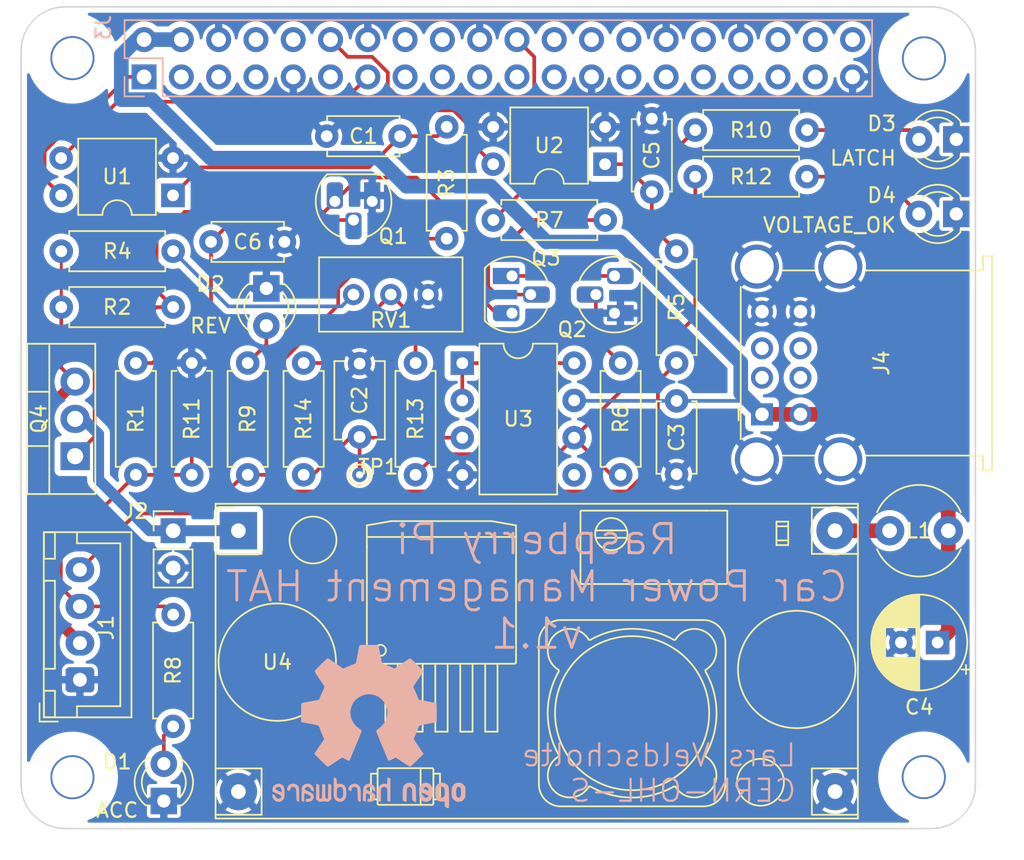
<source format=kicad_pcb>
(kicad_pcb (version 20210824) (generator pcbnew)
  (layers (0 "F.Cu" mixed) (31 "B.Cu" power) (34 "B.Paste" user) (35 "F.Paste" user) (36 "B.SilkS" user "B.Silkscreen") (37 "F.SilkS" user "F.Silkscreen") (38 "B.Mask" user) (39 "F.Mask" user) (44 "Edge.Cuts" user))
  (net 0 "")
  (net 1 "+3V3")
  (net 2 "+5V")
  (net 3 "GND")
  (net 4 "/BCM18")
  (net 5 "/BCM27")
  (net 12 "/BCM25")
  (net 33 "Net-(C6-Pad1)")
  (net 34 "Net-(Q1-Pad3)")
  (net 35 "Net-(Q2-Pad2)")
  (net 36 "Net-(Q2-Pad3)")
  (net 37 "Net-(Q3-Pad2)")
  (net 38 "/BAT")
  (net 39 "/BAT_SW")
  (net 40 "Net-(C1-Pad1)")
  (net 41 "Net-(U3-Pad1)")
  (net 43 "Net-(D4-Pad2)")
  (net 44 "Net-(C2-Pad1)")
  (net 45 "/ACC")
  (net 46 "/REV")
  (net 47 "Net-(L1-Pad1)")
  (net 48 "Net-(R4-Pad2)")
  (net 49 "Net-(C5-Pad1)")
  (net 54 "Net-(D1-Pad2)")
  (net 55 "Net-(D2-Pad2)")
  (net 56 "Net-(D3-Pad2)")
  (net 57 "Net-(R12-Pad1)")
  (net 58 "Net-(R13-Pad2)")
  (footprint "project_footprints:NPTH_3mm_ID" (layer "F.Cu") (at 82.04 64.31)
    (fp_text reference "H1" hide)
    (fp_text value "3mm_Mounting_Hole" hide)
    (pad "" np_thru_hole circle locked (at 0 0) (size 3 3) (drill 2.75) (layers F&B.Cu *.Mask) (clearance 1.6))
  )
  (footprint "project_footprints:NPTH_3mm_ID" (layer "F.Cu") (at 140.04 64.33)
    (fp_text reference "H2" hide)
    (fp_text value "3mm_Mounting_Hole" hide)
    (pad "" np_thru_hole circle locked (at 0 0) (size 3 3) (drill 2.75) (layers *.Cu *.Mask) (clearance 1.6))
  )
  (footprint "project_footprints:NPTH_3mm_ID" (layer "F.Cu") (at 82.04 113.32)
    (fp_text reference "H3" hide)
    (fp_text value "3mm_Mounting_Hole" hide)
    (pad "" np_thru_hole circle locked (at 0 0) (size 3 3) (drill 2.75) (layers *.Cu *.Mask) (clearance 1.6))
  )
  (footprint "project_footprints:NPTH_3mm_ID" (layer "F.Cu") (at 140.03 113.31)
    (fp_text reference "H4" hide)
    (fp_text value "3mm_Mounting_Hole" hide)
    (pad "" np_thru_hole circle locked (at 0 0) (size 3 3) (drill 2.75) (layers *.Cu *.Mask) (clearance 1.6))
  )
  (footprint "TestPoint:TestPoint_THTPad_D1.0mm_Drill0.5mm" (layer "F.Cu") (at 101.6 92.71)
    (fp_text reference "TP1" (at 1.27 -0.54) (layer "F.SilkS"))
    (fp_text value "TestPoint_Probe")
    (pad "1" thru_hole circle locked (at 0 0) (size 1 1) (drill 0.5) (layers *.Cu *.Mask) (net 44 "Net-(C2-Pad1)"))
  )
  (footprint "Resistor_THT:R_Axial_DIN0207_L6.3mm_D2.5mm_P7.62mm_Horizontal" (layer "F.Cu") (at 119.38 92.71 90)
    (fp_text reference "R6" (at 3.81 0 90) (layer "F.SilkS"))
    (fp_text value "25k")
    (pad "1" thru_hole circle locked (at 0 0 90) (size 1.6 1.6) (drill 0.8) (layers *.Cu *.Mask) (net 57 "Net-(R12-Pad1)"))
    (pad "2" thru_hole oval locked (at 7.62 0 90) (size 1.6 1.6) (drill 0.8) (layers *.Cu *.Mask) (net 35 "Net-(Q2-Pad2)"))
  )
  (footprint "Potentiometer_THT:Potentiometer_Bourns_3296W_Vertical" (layer "F.Cu") (at 101.184755 80.425244 180)
    (fp_text reference "RV1" (at -2.54 -1.743756) (layer "F.SilkS"))
    (fp_text value "5k")
    (pad "1" thru_hole circle locked (at 0 0 180) (size 1.44 1.44) (drill 0.8) (layers *.Cu *.Mask) (net 48 "Net-(R4-Pad2)"))
    (pad "2" thru_hole circle locked (at -2.54 0 180) (size 1.44 1.44) (drill 0.8) (layers *.Cu *.Mask) (net 58 "Net-(R13-Pad2)"))
    (pad "3" thru_hole circle locked (at -5.08 0 180) (size 1.44 1.44) (drill 0.8) (layers *.Cu *.Mask) (net 3 "GND"))
  )
  (footprint "Package_DIP:DIP-4_W7.62mm" (layer "F.Cu") (at 88.89 73.665 180)
    (fp_text reference "U1" (at 3.81 1.275) (layer "F.SilkS"))
    (fp_text value "PC817")
    (pad "1" thru_hole rect locked (at 0 0 180) (size 1.6 1.6) (drill 0.8) (layers *.Cu *.Mask) (net 40 "Net-(C1-Pad1)"))
    (pad "2" thru_hole oval locked (at 0 2.54 180) (size 1.6 1.6) (drill 0.8) (layers *.Cu *.Mask) (net 3 "GND"))
    (pad "3" thru_hole oval locked (at 7.62 2.54 180) (size 1.6 1.6) (drill 0.8) (layers *.Cu *.Mask) (net 5 "/BCM27"))
    (pad "4" thru_hole oval locked (at 7.62 0 180) (size 1.6 1.6) (drill 0.8) (layers *.Cu *.Mask) (net 1 "+3V3"))
  )
  (footprint "Connector_USB:USB_A_Wuerth_61400826021_Horizontal_Stacked" (layer "F.Cu") (at 129.01 88.59 90)
    (fp_text reference "J4" (at 3.5 8.15 90) (layer "F.SilkS"))
    (fp_text value "USB_A")
    (pad "1" thru_hole rect locked (at 0 0 90) (size 1.5 1.5) (drill 0.92) (layers *.Cu *.Mask) (net 2 "+5V"))
    (pad "2" thru_hole circle locked (at 2.5 0 90) (size 1.5 1.5) (drill 0.92) (layers *.Cu *.Mask))
    (pad "3" thru_hole circle locked (at 4.5 0 90) (size 1.5 1.5) (drill 0.92) (layers *.Cu *.Mask))
    (pad "4" thru_hole circle locked (at 7 0 90) (size 1.5 1.5) (drill 0.92) (layers *.Cu *.Mask) (net 3 "GND"))
    (pad "5" thru_hole circle locked (at 0 2.62 90) (size 1.5 1.5) (drill 0.92) (layers *.Cu *.Mask) (net 2 "+5V"))
    (pad "6" thru_hole circle locked (at 2.5 2.62 90) (size 1.5 1.5) (drill 0.92) (layers *.Cu *.Mask))
    (pad "7" thru_hole circle locked (at 4.5 2.62 90) (size 1.5 1.5) (drill 0.92) (layers *.Cu *.Mask))
    (pad "8" thru_hole circle locked (at 7 2.62 90) (size 1.5 1.5) (drill 0.92) (layers *.Cu *.Mask) (net 3 "GND"))
    (pad "9" thru_hole circle locked (at 10.07 -0.35 90) (size 3 3) (drill 2.3) (layers *.Cu *.Mask) (net 3 "GND"))
    (pad "9" thru_hole circle locked (at 10.07 5.33 90) (size 3 3) (drill 2.3) (layers *.Cu *.Mask) (net 3 "GND"))
    (pad "9" thru_hole circle locked (at -3.07 -0.35 90) (size 3 3) (drill 2.3) (layers *.Cu *.Mask) (net 3 "GND"))
    (pad "9" thru_hole circle locked (at -3.07 5.33 90) (size 3 3) (drill 2.3) (layers *.Cu *.Mask) (net 3 "GND"))
  )
  (footprint "Resistor_THT:R_Axial_DIN0207_L6.3mm_D2.5mm_P7.62mm_Horizontal" (layer "F.Cu") (at 124.46 69.215)
    (fp_text reference "R10" (at 3.81 0) (layer "F.SilkS"))
    (fp_text value "620")
    (pad "1" thru_hole circle locked (at 0 0) (size 1.6 1.6) (drill 0.8) (layers *.Cu *.Mask) (net 12 "/BCM25"))
    (pad "2" thru_hole oval locked (at 7.62 0) (size 1.6 1.6) (drill 0.8) (layers *.Cu *.Mask) (net 56 "Net-(D3-Pad2)"))
  )
  (footprint "Resistor_THT:R_Axial_DIN0207_L6.3mm_D2.5mm_P7.62mm_Horizontal" (layer "F.Cu") (at 107.534755 76.615244 90)
    (fp_text reference "R3" (at 3.81 0 90) (layer "F.SilkS"))
    (fp_text value "10k")
    (pad "1" thru_hole circle locked (at 0 0 90) (size 1.6 1.6) (drill 0.8) (layers *.Cu *.Mask) (net 45 "/ACC"))
    (pad "2" thru_hole oval locked (at 7.62 0 90) (size 1.6 1.6) (drill 0.8) (layers *.Cu *.Mask) (net 40 "Net-(C1-Pad1)"))
  )
  (footprint "Resistor_THT:R_Axial_DIN0207_L6.3mm_D2.5mm_P7.62mm_Horizontal" (layer "F.Cu") (at 86.36 92.71 90)
    (fp_text reference "R1" (at 3.81 0 90) (layer "F.SilkS"))
    (fp_text value "250k")
    (pad "1" thru_hole circle locked (at 0 0 90) (size 1.6 1.6) (drill 0.8) (layers *.Cu *.Mask) (net 45 "/ACC"))
    (pad "2" thru_hole oval locked (at 7.62 0 90) (size 1.6 1.6) (drill 0.8) (layers *.Cu *.Mask) (net 33 "Net-(C6-Pad1)"))
  )
  (footprint "Package_TO_SOT_THT:TO-92_HandSolder" (layer "F.Cu") (at 118.964755 81.695244 90)
    (fp_text reference "Q2" (at -1.108756 -2.886755 180) (layer "F.SilkS"))
    (fp_text value "2N3904")
    (pad "1" thru_hole rect locked (at 0 0 90) (size 1.1 1.8) (drill 0.75 (offset 0 0.4)) (layers *.Cu *.Mask) (net 3 "GND"))
    (pad "2" thru_hole roundrect locked (at 1.27 -1.27 90) (size 1.1 1.8) (drill 0.75 (offset 0 -0.4)) (layers *.Cu *.Mask) (net 35 "Net-(Q2-Pad2)"))
    (pad "3" thru_hole roundrect locked (at 2.54 0 90) (size 1.1 1.8) (drill 0.75 (offset 0 0.4)) (layers *.Cu *.Mask) (net 36 "Net-(Q2-Pad3)"))
  )
  (footprint "Capacitor_THT:C_Disc_D4.7mm_W2.5mm_P5.00mm" (layer "F.Cu") (at 91.48 76.835)
    (fp_text reference "C6" (at 2.5 0) (layer "F.SilkS"))
    (fp_text value "0.1 uF")
    (pad "1" thru_hole circle locked (at 0 0) (size 1.6 1.6) (drill 0.8) (layers *.Cu *.Mask) (net 33 "Net-(C6-Pad1)"))
    (pad "2" thru_hole circle locked (at 5 0) (size 1.6 1.6) (drill 0.8) (layers *.Cu *.Mask) (net 3 "GND"))
  )
  (footprint "Package_DIP:DIP-8_W7.62mm" (layer "F.Cu") (at 108.595 85.1)
    (fp_text reference "U3" (at 3.81 3.8) (layer "F.SilkS"))
    (fp_text value "LM10")
    (pad "1" thru_hole rect locked (at 0 0) (size 1.6 1.6) (drill 0.8) (layers *.Cu *.Mask) (net 41 "Net-(U3-Pad1)"))
    (pad "2" thru_hole oval locked (at 0 2.54) (size 1.6 1.6) (drill 0.8) (layers *.Cu *.Mask) (net 41 "Net-(U3-Pad1)"))
    (pad "3" thru_hole oval locked (at 0 5.08) (size 1.6 1.6) (drill 0.8) (layers *.Cu *.Mask) (net 44 "Net-(C2-Pad1)"))
    (pad "4" thru_hole oval locked (at 0 7.62) (size 1.6 1.6) (drill 0.8) (layers *.Cu *.Mask) (net 3 "GND"))
    (pad "5" thru_hole oval locked (at 7.62 7.62) (size 1.6 1.6) (drill 0.8) (layers *.Cu *.Mask))
    (pad "6" thru_hole oval locked (at 7.62 5.08) (size 1.6 1.6) (drill 0.8) (layers *.Cu *.Mask) (net 57 "Net-(R12-Pad1)"))
    (pad "7" thru_hole oval locked (at 7.62 2.54) (size 1.6 1.6) (drill 0.8) (layers *.Cu *.Mask) (net 2 "+5V"))
    (pad "8" thru_hole oval locked (at 7.62 0) (size 1.6 1.6) (drill 0.8) (layers *.Cu *.Mask) (net 41 "Net-(U3-Pad1)"))
  )
  (footprint "LED_THT:LED_D3.0mm" (layer "F.Cu") (at 88.265 114.94 90)
    (fp_text reference "D1" (at 2.672 -3.175 180) (layer "F.SilkS"))
    (fp_text value "ACC" (at -0.63 -3.175 180) (layer "F.SilkS"))
    (pad "1" thru_hole rect locked (at 0 0 90) (size 1.8 1.8) (drill 0.9) (layers *.Cu *.Mask) (net 3 "GND"))
    (pad "2" thru_hole circle locked (at 2.54 0 90) (size 1.8 1.8) (drill 0.9) (layers *.Cu *.Mask) (net 54 "Net-(D1-Pad2)"))
  )
  (footprint "LED_THT:LED_D3.0mm" (layer "F.Cu") (at 142.24 74.93 180)
    (fp_text reference "D4" (at 5.08 1.27) (layer "F.SilkS"))
    (fp_text value "VOLTAGE_OK" (at 8.636 -0.762) (layer "F.SilkS"))
    (pad "1" thru_hole rect locked (at 0 0 180) (size 1.8 1.8) (drill 0.9) (layers *.Cu *.Mask) (net 3 "GND"))
    (pad "2" thru_hole circle locked (at 2.54 0 180) (size 1.8 1.8) (drill 0.9) (layers *.Cu *.Mask) (net 43 "Net-(D4-Pad2)"))
  )
  (footprint "Package_TO_SOT_THT:TO-92_HandSolder" (layer "F.Cu") (at 111.979755 79.155244 -90)
    (fp_text reference "Q3" (at -1.229931 -2.320245) (layer "F.SilkS"))
    (fp_text value "2N3904")
    (pad "1" thru_hole rect locked (at 0 0 270) (size 1.1 1.8) (drill 0.75 (offset 0 0.4)) (layers *.Cu *.Mask) (net 36 "Net-(Q2-Pad3)"))
    (pad "2" thru_hole roundrect locked (at 1.27 -1.27 270) (size 1.1 1.8) (drill 0.75 (offset 0 -0.4)) (layers *.Cu *.Mask) (net 37 "Net-(Q3-Pad2)"))
    (pad "3" thru_hole roundrect locked (at 2.54 0 270) (size 1.1 1.8) (drill 0.75 (offset 0 0.4)) (layers *.Cu *.Mask) (net 34 "Net-(Q1-Pad3)"))
  )
  (footprint "Resistor_THT:R_Axial_DIN0207_L6.3mm_D2.5mm_P7.62mm_Horizontal" (layer "F.Cu") (at 88.9 102.235 -90)
    (fp_text reference "R8" (at 3.81 0 90) (layer "F.SilkS"))
    (fp_text value "4.7k")
    (pad "1" thru_hole circle locked (at 0 0 270) (size 1.6 1.6) (drill 0.8) (layers *.Cu *.Mask) (net 45 "/ACC"))
    (pad "2" thru_hole oval locked (at 7.62 0 270) (size 1.6 1.6) (drill 0.8) (layers *.Cu *.Mask) (net 54 "Net-(D1-Pad2)"))
  )
  (footprint "LED_THT:LED_D3.0mm" (layer "F.Cu") (at 142.24 69.85 180)
    (fp_text reference "D3" (at 5.08 1.078608) (layer "F.SilkS"))
    (fp_text value "LATCH" (at 6.35 -1.27) (layer "F.SilkS"))
    (pad "1" thru_hole rect locked (at 0 0 180) (size 1.8 1.8) (drill 0.9) (layers *.Cu *.Mask) (net 3 "GND"))
    (pad "2" thru_hole circle locked (at 2.54 0 180) (size 1.8 1.8) (drill 0.9) (layers *.Cu *.Mask) (net 56 "Net-(D3-Pad2)"))
  )
  (footprint "Resistor_THT:R_Axial_DIN0207_L6.3mm_D2.5mm_P7.62mm_Horizontal" (layer "F.Cu") (at 124.46 72.39)
    (fp_text reference "R12" (at 3.81 0) (layer "F.SilkS"))
    (fp_text value "620")
    (pad "1" thru_hole circle locked (at 0 0) (size 1.6 1.6) (drill 0.8) (layers *.Cu *.Mask) (net 57 "Net-(R12-Pad1)"))
    (pad "2" thru_hole oval locked (at 7.62 0) (size 1.6 1.6) (drill 0.8) (layers *.Cu *.Mask) (net 43 "Net-(D4-Pad2)"))
  )
  (footprint "Resistor_THT:R_Axial_DIN0207_L6.3mm_D2.5mm_P7.62mm_Horizontal" (layer "F.Cu") (at 93.98 92.71 90)
    (fp_text reference "R9" (at 3.81 0 90) (layer "F.SilkS"))
    (fp_text value "4.7k")
    (pad "1" thru_hole circle locked (at 0 0 90) (size 1.6 1.6) (drill 0.8) (layers *.Cu *.Mask) (net 46 "/REV"))
    (pad "2" thru_hole oval locked (at 7.62 0 90) (size 1.6 1.6) (drill 0.8) (layers *.Cu *.Mask) (net 55 "Net-(D2-Pad2)"))
  )
  (footprint "Resistor_THT:R_Axial_DIN0207_L6.3mm_D2.5mm_P7.62mm_Horizontal" (layer "F.Cu") (at 105.41 92.71 90)
    (fp_text reference "R13" (at 3.81 0 90) (layer "F.SilkS"))
    (fp_text value "5M")
    (pad "1" thru_hole circle locked (at 0 0 90) (size 1.6 1.6) (drill 0.8) (layers *.Cu *.Mask) (net 57 "Net-(R12-Pad1)"))
    (pad "2" thru_hole oval locked (at 7.62 0 90) (size 1.6 1.6) (drill 0.8) (layers *.Cu *.Mask) (net 58 "Net-(R13-Pad2)"))
  )
  (footprint "Connector_JST:JST_XH_B4B-XH-A_1x04_P2.50mm_Vertical" (layer "F.Cu") (at 82.55 106.68 90)
    (fp_text reference "J1" (at 3.556 1.778 90) (layer "F.SilkS"))
    (fp_text value "Conn_01x04")
    (pad "1" thru_hole roundrect locked (at 0 0 90) (size 1.7 1.95) (drill 0.95) (layers *.Cu *.Mask) (roundrect_rratio 0.1470588235) (net 3 "GND"))
    (pad "2" thru_hole oval locked (at 2.5 0 90) (size 1.7 1.95) (drill 0.95) (layers *.Cu *.Mask) (net 38 "/BAT"))
    (pad "3" thru_hole oval locked (at 5 0 90) (size 1.7 1.95) (drill 0.95) (layers *.Cu *.Mask) (net 45 "/ACC"))
    (pad "4" thru_hole oval locked (at 7.5 0 90) (size 1.7 1.95) (drill 0.95) (layers *.Cu *.Mask) (net 46 "/REV"))
  )
  (footprint "Package_DIP:DIP-4_W7.62mm" (layer "F.Cu") (at 118.319755 71.540244 180)
    (fp_text reference "U2" (at 3.81 1.275) (layer "F.SilkS"))
    (fp_text value "PC817")
    (pad "1" thru_hole rect locked (at 0 0 180) (size 1.6 1.6) (drill 0.8) (layers *.Cu *.Mask) (net 49 "Net-(C5-Pad1)"))
    (pad "2" thru_hole oval locked (at 0 2.54 180) (size 1.6 1.6) (drill 0.8) (layers *.Cu *.Mask) (net 3 "GND"))
    (pad "3" thru_hole oval locked (at 7.62 2.54 180) (size 1.6 1.6) (drill 0.8) (layers *.Cu *.Mask) (net 3 "GND"))
    (pad "4" thru_hole oval locked (at 7.62 0 180) (size 1.6 1.6) (drill 0.8) (layers *.Cu *.Mask) (net 4 "/BCM18"))
  )
  (footprint "Package_TO_SOT_THT:TO-92_HandSolder" (layer "F.Cu") (at 102.454755 74.075244 180)
    (fp_text reference "Q1" (at -1.431245 -2.378756 180) (layer "F.SilkS"))
    (fp_text value "2N3904")
    (pad "1" thru_hole rect locked (at 0 0 180) (size 1.1 1.8) (drill 0.75 (offset 0 0.4)) (layers *.Cu *.Mask) (net 3 "GND"))
    (pad "2" thru_hole roundrect locked (at 1.27 -1.27 180) (size 1.1 1.8) (drill 0.75 (offset 0 -0.4)) (layers *.Cu *.Mask) (net 33 "Net-(C6-Pad1)"))
    (pad "3" thru_hole roundrect locked (at 2.54 0 180) (size 1.1 1.8) (drill 0.75 (offset 0 0.4)) (layers *.Cu *.Mask) (net 34 "Net-(Q1-Pad3)"))
  )
  (footprint "Resistor_THT:R_Axial_DIN0207_L6.3mm_D2.5mm_P7.62mm_Horizontal" (layer "F.Cu") (at 81.28 77.47)
    (fp_text reference "R4" (at 3.81 0) (layer "F.SilkS"))
    (fp_text value "250k")
    (pad "1" thru_hole circle locked (at 0 0) (size 1.6 1.6) (drill 0.8) (layers *.Cu *.Mask) (net 38 "/BAT"))
    (pad "2" thru_hole oval locked (at 7.62 0) (size 1.6 1.6) (drill 0.8) (layers *.Cu *.Mask) (net 48 "Net-(R4-Pad2)"))
  )
  (footprint "Capacitor_THT:CP_Radial_D6.3mm_P2.50mm" (layer "F.Cu") (at 140.97 104.14 180)
    (fp_text reference "C4" (at 1.25 -4.4) (layer "F.SilkS"))
    (fp_text value "220 uF")
    (pad "1" thru_hole rect locked (at 0 0 180) (size 1.6 1.6) (drill 0.8) (layers *.Cu *.Mask) (net 2 "+5V"))
    (pad "2" thru_hole circle locked (at 2.5 0 180) (size 1.6 1.6) (drill 0.8) (layers *.Cu *.Mask) (net 3 "GND"))
  )
  (footprint "project_footprints:YAAJ_DCDC_StepDown_LM2596" (layer "F.Cu") (at 93.345 96.52)
    (fp_text reference "U4" (at 2.646666 8.957418) (layer "F.SilkS"))
    (fp_text value "YAAJ_DCDC_StepDown_LM2596")
    (pad "1" thru_hole rect locked (at 0 0) (size 2.54 2.54) (drill 1) (layers *.Cu *.Mask) (net 39 "/BAT_SW"))
    (pad "2" thru_hole circle locked (at 0 17.78) (size 2.54 2.54) (drill 1) (layers *.Cu *.Mask) (net 3 "GND"))
    (pad "3" thru_hole circle locked (at 40.64 17.78) (size 2.54 2.54) (drill 1) (layers *.Cu *.Mask) (net 3 "GND"))
    (pad "4" thru_hole circle locked (at 40.64 0) (size 2.54 2.54) (drill 1) (layers *.Cu *.Mask) (net 47 "Net-(L1-Pad1)"))
  )
  (footprint "Resistor_THT:R_Axial_DIN0207_L6.3mm_D2.5mm_P7.62mm_Horizontal" (layer "F.Cu") (at 97.79 85.09 -90)
    (fp_text reference "R14" (at 3.81 0 90) (layer "F.SilkS"))
    (fp_text value "250k")
    (pad "1" thru_hole circle locked (at 0 0 270) (size 1.6 1.6) (drill 0.8) (layers *.Cu *.Mask) (net 58 "Net-(R13-Pad2)"))
    (pad "2" thru_hole oval locked (at 7.62 0 270) (size 1.6 1.6) (drill 0.8) (layers *.Cu *.Mask) (net 44 "Net-(C2-Pad1)"))
  )
  (footprint "Package_TO_SOT_THT:TO-220-3_Vertical" (layer "F.Cu") (at 82.225 91.44 90)
    (fp_text reference "Q4" (at 2.54 -2.469 90) (layer "F.SilkS"))
    (fp_text value "IRF9540N")
    (pad "1" thru_hole rect locked (at 0 0 90) (size 1.905 2) (drill 1.1) (layers *.Cu *.Mask) (net 34 "Net-(Q1-Pad3)"))
    (pad "2" thru_hole oval locked (at 2.54 0 90) (size 1.905 2) (drill 1.1) (layers *.Cu *.Mask) (net 39 "/BAT_SW"))
    (pad "3" thru_hole oval locked (at 5.08 0 90) (size 1.905 2) (drill 1.1) (layers *.Cu *.Mask) (net 38 "/BAT"))
  )
  (footprint "Capacitor_THT:C_Disc_D4.7mm_W2.5mm_P5.00mm" (layer "F.Cu") (at 123.19 87.67 -90)
    (fp_text reference "C3" (at 2.5 0 90) (layer "F.SilkS"))
    (fp_text value "0.1 uF")
    (pad "1" thru_hole circle locked (at 0 0 270) (size 1.6 1.6) (drill 0.8) (layers *.Cu *.Mask) (net 2 "+5V"))
    (pad "2" thru_hole circle locked (at 5 0 270) (size 1.6 1.6) (drill 0.8) (layers *.Cu *.Mask) (net 3 "GND"))
  )
  (footprint "LED_THT:LED_D3.0mm" (layer "F.Cu") (at 95.25 80.005 -90)
    (fp_text reference "D2" (at -0.29 3.81 180) (layer "F.SilkS"))
    (fp_text value "REV" (at 2.545 3.81 180) (layer "F.SilkS"))
    (pad "1" thru_hole rect locked (at 0 0 270) (size 1.8 1.8) (drill 0.9) (layers *.Cu *.Mask) (net 3 "GND"))
    (pad "2" thru_hole circle locked (at 2.54 0 270) (size 1.8 1.8) (drill 0.9) (layers *.Cu *.Mask) (net 55 "Net-(D2-Pad2)"))
  )
  (footprint "Resistor_THT:R_Axial_DIN0207_L6.3mm_D2.5mm_P7.62mm_Horizontal" (layer "F.Cu") (at 118.329755 75.345244 180)
    (fp_text reference "R7" (at 3.81 0) (layer "F.SilkS"))
    (fp_text value "25k")
    (pad "1" thru_hole circle locked (at 0 0 180) (size 1.6 1.6) (drill 0.8) (layers *.Cu *.Mask) (net 37 "Net-(Q3-Pad2)"))
    (pad "2" thru_hole oval locked (at 7.62 0 180) (size 1.6 1.6) (drill 0.8) (layers *.Cu *.Mask) (net 12 "/BCM25"))
  )
  (footprint "Capacitor_THT:C_Disc_D5.1mm_W3.2mm_P5.00mm" (layer "F.Cu") (at 101.6 90.13 90)
    (fp_text reference "C2" (at 2.5 0 90) (layer "F.SilkS"))
    (fp_text value "10 uF")
    (pad "1" thru_hole circle locked (at 0 0 90) (size 1.6 1.6) (drill 0.8) (layers *.Cu *.Mask) (net 44 "Net-(C2-Pad1)"))
    (pad "2" thru_hole circle locked (at 5 0 90) (size 1.6 1.6) (drill 0.8) (layers *.Cu *.Mask) (net 3 "GND"))
  )
  (footprint "Inductor_THT:L_Radial_D6.0mm_P4.00mm" (layer "F.Cu") (at 137.7 96.52)
    (fp_text reference "L1" (at 2 0) (layer "F.SilkS"))
    (fp_text value "3.3 uH")
    (pad "1" thru_hole circle locked (at 0 0) (size 2 2) (drill 1) (layers *.Cu *.Mask) (net 47 "Net-(L1-Pad1)"))
    (pad "2" thru_hole circle locked (at 4 0) (size 2 2) (drill 1) (layers *.Cu *.Mask) (net 2 "+5V"))
  )
  (footprint "Connector_PinHeader_2.54mm:PinHeader_1x02_P2.54mm_Vertical" (layer "F.Cu") (at 88.9 96.52)
    (fp_text reference "J2" (at -2.54 -1.33) (layer "F.SilkS"))
    (fp_text value "Conn_01x02")
    (pad "1" thru_hole rect locked (at 0 0) (size 1.7 1.7) (drill 1) (layers *.Cu *.Mask) (net 39 "/BAT_SW"))
    (pad "2" thru_hole oval locked (at 0 2.54) (size 1.7 1.7) (drill 1) (layers *.Cu *.Mask) (net 3 "GND"))
  )
  (footprint "Resistor_THT:R_Axial_DIN0207_L6.3mm_D2.5mm_P7.62mm_Horizontal" (layer "F.Cu") (at 90.17 92.71 90)
    (fp_text reference "R11" (at 3.81 0 90) (layer "F.SilkS"))
    (fp_text value "250k")
    (pad "1" thru_hole circle locked (at 0 0 90) (size 1.6 1.6) (drill 0.8) (layers *.Cu *.Mask) (net 45 "/ACC"))
    (pad "2" thru_hole oval locked (at 7.62 0 90) (size 1.6 1.6) (drill 0.8) (layers *.Cu *.Mask) (net 3 "GND"))
  )
  (footprint "Resistor_THT:R_Axial_DIN0207_L6.3mm_D2.5mm_P7.62mm_Horizontal" (layer "F.Cu") (at 123.19 85.09 90)
    (fp_text reference "R5" (at 3.81 0 90) (layer "F.SilkS"))
    (fp_text value "10k")
    (pad "1" thru_hole circle locked (at 0 0 90) (size 1.6 1.6) (drill 0.8) (layers *.Cu *.Mask) (net 46 "/REV"))
    (pad "2" thru_hole oval locked (at 7.62 0 90) (size 1.6 1.6) (drill 0.8) (layers *.Cu *.Mask) (net 49 "Net-(C5-Pad1)"))
  )
  (footprint "Capacitor_THT:C_Disc_D4.7mm_W2.5mm_P5.00mm" (layer "F.Cu") (at 104.359755 69.630244 180)
    (fp_text reference "C1" (at 2.5 0) (layer "F.SilkS"))
    (fp_text value "0.1 uF")
    (pad "1" thru_hole circle locked (at 0 0 180) (size 1.6 1.6) (drill 0.8) (layers *.Cu *.Mask) (net 40 "Net-(C1-Pad1)"))
    (pad "2" thru_hole circle locked (at 5 0 180) (size 1.6 1.6) (drill 0.8) (layers *.Cu *.Mask) (net 3 "GND"))
  )
  (footprint "Resistor_THT:R_Axial_DIN0207_L6.3mm_D2.5mm_P7.62mm_Horizontal" (layer "F.Cu") (at 81.28 81.28)
    (fp_text reference "R2" (at 3.81 0) (layer "F.SilkS"))
    (fp_text value "250k")
    (pad "1" thru_hole circle locked (at 0 0) (size 1.6 1.6) (drill 0.8) (layers *.Cu *.Mask) (net 38 "/BAT"))
    (pad "2" thru_hole oval locked (at 7.62 0) (size 1.6 1.6) (drill 0.8) (layers *.Cu *.Mask) (net 34 "Net-(Q1-Pad3)"))
  )
  (footprint "Capacitor_THT:C_Disc_D4.7mm_W2.5mm_P5.00mm" (layer "F.Cu") (at 121.504755 73.440244 90)
    (fp_text reference "C5" (at 2.5 0 90) (layer "F.SilkS"))
    (fp_text value "0.1 uF")
    (pad "1" thru_hole circle locked (at 0 0 90) (size 1.6 1.6) (drill 0.8) (layers *.Cu *.Mask) (net 49 "Net-(C5-Pad1)"))
    (pad "2" thru_hole circle locked (at 5 0 90) (size 1.6 1.6) (drill 0.8) (layers *.Cu *.Mask) (net 3 "GND"))
  )
  (footprint "Connector_PinSocket_2.54mm:PinSocket_2x20_P2.54mm_Vertical" (layer "B.Cu") (at 86.92 65.59 -90)
    (fp_text reference "J3" (at -3.36 2.77 -90) (layer "B.SilkS") (effects (justify mirror)))
    (fp_text value "40HAT")
    (pad "1" thru_hole rect locked (at 0 0 270) (size 1.7 1.7) (drill 1) (layers *.Cu *.Mask) (net 1 "+3V3"))
    (pad "2" thru_hole oval locked (at -2.54 0 270) (size 1.7 1.7) (drill 1) (layers *.Cu *.Mask) (net 2 "+5V"))
    (pad "3" thru_hole oval locked (at 0 -2.54 270) (size 1.7 1.7) (drill 1) (layers *.Cu *.Mask))
    (pad "4" thru_hole oval locked (at -2.54 -2.54 270) (size 1.7 1.7) (drill 1) (layers *.Cu *.Mask) (net 2 "+5V"))
    (pad "5" thru_hole oval locked (at 0 -5.08 270) (size 1.7 1.7) (drill 1) (layers *.Cu *.Mask))
    (pad "6" thru_hole oval locked (at -2.54 -5.08 270) (size 1.7 1.7) (drill 1) (layers *.Cu *.Mask) (net 3 "GND"))
    (pad "7" thru_hole oval locked (at 0 -7.62 270) (size 1.7 1.7) (drill 1) (layers *.Cu *.Mask))
    (pad "8" thru_hole oval locked (at -2.54 -7.62 270) (size 1.7 1.7) (drill 1) (layers *.Cu *.Mask))
    (pad "9" thru_hole oval locked (at 0 -10.16 270) (size 1.7 1.7) (drill 1) (layers *.Cu *.Mask) (net 3 "GND"))
    (pad "10" thru_hole oval locked (at -2.54 -10.16 270) (size 1.7 1.7) (drill 1) (layers *.Cu *.Mask))
    (pad "11" thru_hole oval locked (at 0 -12.7 270) (size 1.7 1.7) (drill 1) (layers *.Cu *.Mask))
    (pad "12" thru_hole oval locked (at -2.54 -12.7 270) (size 1.7 1.7) (drill 1) (layers *.Cu *.Mask) (net 4 "/BCM18"))
    (pad "13" thru_hole oval locked (at 0 -15.24 270) (size 1.7 1.7) (drill 1) (layers *.Cu *.Mask) (net 5 "/BCM27"))
    (pad "14" thru_hole oval locked (at -2.54 -15.24 270) (size 1.7 1.7) (drill 1) (layers *.Cu *.Mask) (net 3 "GND"))
    (pad "15" thru_hole oval locked (at 0 -17.78 270) (size 1.7 1.7) (drill 1) (layers *.Cu *.Mask))
    (pad "16" thru_hole oval locked (at -2.54 -17.78 270) (size 1.7 1.7) (drill 1) (layers *.Cu *.Mask))
    (pad "17" thru_hole oval locked (at 0 -20.32 270) (size 1.7 1.7) (drill 1) (layers *.Cu *.Mask))
    (pad "18" thru_hole oval locked (at -2.54 -20.32 270) (size 1.7 1.7) (drill 1) (layers *.Cu *.Mask))
    (pad "19" thru_hole oval locked (at 0 -22.86 270) (size 1.7 1.7) (drill 1) (layers *.Cu *.Mask))
    (pad "20" thru_hole oval locked (at -2.54 -22.86 270) (size 1.7 1.7) (drill 1) (layers *.Cu *.Mask) (net 3 "GND"))
    (pad "21" thru_hole oval locked (at 0 -25.4 270) (size 1.7 1.7) (drill 1) (layers *.Cu *.Mask))
    (pad "22" thru_hole oval locked (at -2.54 -25.4 270) (size 1.7 1.7) (drill 1) (layers *.Cu *.Mask) (net 12 "/BCM25"))
    (pad "23" thru_hole oval locked (at 0 -27.94 270) (size 1.7 1.7) (drill 1) (layers *.Cu *.Mask))
    (pad "24" thru_hole oval locked (at -2.54 -27.94 270) (size 1.7 1.7) (drill 1) (layers *.Cu *.Mask))
    (pad "25" thru_hole oval locked (at 0 -30.48 270) (size 1.7 1.7) (drill 1) (layers *.Cu *.Mask) (net 3 "GND"))
    (pad "26" thru_hole oval locked (at -2.54 -30.48 270) (size 1.7 1.7) (drill 1) (layers *.Cu *.Mask))
    (pad "27" thru_hole oval locked (at 0 -33.02 270) (size 1.7 1.7) (drill 1) (layers *.Cu *.Mask))
    (pad "28" thru_hole oval locked (at -2.54 -33.02 270) (size 1.7 1.7) (drill 1) (layers *.Cu *.Mask))
    (pad "29" thru_hole oval locked (at 0 -35.56 270) (size 1.7 1.7) (drill 1) (layers *.Cu *.Mask))
    (pad "30" thru_hole oval locked (at -2.54 -35.56 270) (size 1.7 1.7) (drill 1) (layers *.Cu *.Mask) (net 3 "GND"))
    (pad "31" thru_hole oval locked (at 0 -38.1 270) (size 1.7 1.7) (drill 1) (layers *.Cu *.Mask))
    (pad "32" thru_hole oval locked (at -2.54 -38.1 270) (size 1.7 1.7) (drill 1) (layers *.Cu *.Mask))
    (pad "33" thru_hole oval locked (at 0 -40.64 270) (size 1.7 1.7) (drill 1) (layers *.Cu *.Mask))
    (pad "34" thru_hole oval locked (at -2.54 -40.64 270) (size 1.7 1.7) (drill 1) (layers *.Cu *.Mask) (net 3 "GND"))
    (pad "35" thru_hole oval locked (at 0 -43.18 270) (size 1.7 1.7) (drill 1) (layers *.Cu *.Mask))
    (pad "36" thru_hole oval locked (at -2.54 -43.18 270) (size 1.7 1.7) (drill 1) (layers *.Cu *.Mask))
    (pad "37" thru_hole oval locked (at 0 -45.72 270) (size 1.7 1.7) (drill 1) (layers *.Cu *.Mask))
    (pad "38" thru_hole oval locked (at -2.54 -45.72 270) (size 1.7 1.7) (drill 1) (layers *.Cu *.Mask))
    (pad "39" thru_hole oval locked (at 0 -48.26 270) (size 1.7 1.7) (drill 1) (layers *.Cu *.Mask) (net 3 "GND"))
    (pad "40" thru_hole oval locked (at -2.54 -48.26 270) (size 1.7 1.7) (drill 1) (layers *.Cu *.Mask))
  )
  (footprint "Symbol:OSHW-Logo2_14.6x12mm_SilkScreen" (layer "B.Cu") (at 102.235 109.855 180)
    (fp_text reference "REF**" hide)
    (fp_text value "OSHW-Logo2_14.6x12mm_SilkScreen" hide)
  )
  (gr_line (start 143.546351 113.822847) (end 143.546356 63.817611) (layer "Edge.Cuts") (width 0.1))
  (gr_line (start 78.546356 63.817611) (end 78.546356 113.817611) (layer "Edge.Cuts") (width 0.1))
  (gr_arc (start 140.546356 113.817611) (end 140.546356 116.817611) (angle -89.9) (layer "Edge.Cuts") (width 0.1))
  (gr_line (start 140.546356 60.817611) (end 81.546356 60.817611) (layer "Edge.Cuts") (width 0.1))
  (gr_line (start 81.546356 116.817611) (end 140.546356 116.817611) (layer "Edge.Cuts") (width 0.1))
  (gr_arc (start 140.546356 63.817611) (end 143.546356 63.817611) (angle -90) (layer "Edge.Cuts") (width 0.1))
  (gr_arc (start 81.546356 63.817611) (end 81.546356 60.817611) (angle -90) (layer "Edge.Cuts") (width 0.1))
  (gr_arc (start 81.546356 113.817611) (end 78.546356 113.817611) (angle -90) (layer "Edge.Cuts") (width 0.1))
  (gr_text "Raspberry Pi\nCar Power Management HAT\nv1.1" (at 113.665 100.33) (layer "B.SilkS") (effects (font (size 2 2) (thickness 0.2)) (justify mirror)))
  (gr_text "Lars Veldscholte\nCERN-OHL-S" (at 131.445 113.03) (layer "B.SilkS") (effects (font (size 1.5 1.5)) (justify left mirror)))
  (segment (start 85.82 65.59) (end 86.92 65.59) (width 0.25) (layer "F.Cu") (net 1))
  (segment (start 81.4497 69.355) (end 82.055 69.355) (width 0.25) (layer "F.Cu") (net 1))
  (segment (start 80.145489 70.659211) (end 81.4497 69.355) (width 0.25) (layer "F.Cu") (net 1))
  (segment (start 82.055 69.355) (end 85.82 65.59) (width 0.25) (layer "F.Cu") (net 1))
  (segment (start 81.27 73.665) (end 80.145489 72.540489) (width 0.25) (layer "F.Cu") (net 1))
  (segment (start 80.145489 72.540489) (end 80.145489 70.659211) (width 0.25) (layer "F.Cu") (net 1))
  (segment (start 141.7 103.41) (end 140.97 104.14) (width 1) (layer "F.Cu") (net 2))
  (segment (start 141.7 95.105787) (end 135.184213 88.59) (width 1) (layer "F.Cu") (net 2))
  (segment (start 141.7 96.52) (end 141.7 103.41) (width 1) (layer "F.Cu") (net 2))
  (segment (start 141.7 96.52) (end 141.7 95.105787) (width 1) (layer "F.Cu") (net 2))
  (segment (start 135.184213 88.59) (end 129.01 88.59) (width 1) (layer "F.Cu") (net 2))
  (segment (start 123.19 87.67) (end 116.245 87.67) (width 0.25) (layer "B.Cu") (net 2))
  (segment (start 85.370489 67.139511) (end 85.370489 64.097176) (width 1) (layer "B.Cu") (net 2))
  (segment (start 104.789755 73.039755) (end 102.879755 71.129755) (width 1) (layer "B.Cu") (net 2))
  (segment (start 127.560489 87.140489) (end 127.560489 85.06518) (width 1) (layer "B.Cu") (net 2))
  (segment (start 86.417665 63.05) (end 86.92 63.05) (width 1) (layer "B.Cu") (net 2))
  (segment (start 129.01 88.59) (end 127.560489 87.140489) (width 1) (layer "B.Cu") (net 2))
  (segment (start 128.09 87.67) (end 129.01 88.59) (width 0.25) (layer "B.Cu") (net 2))
  (segment (start 123.19 87.67) (end 128.09 87.67) (width 0.25) (layer "B.Cu") (net 2))
  (segment (start 91.449755 71.129755) (end 87.459511 67.139511) (width 1) (layer "B.Cu") (net 2))
  (segment (start 86.92 63.05) (end 89.46 63.05) (width 1) (layer "B.Cu") (net 2))
  (segment (start 102.879755 71.129755) (end 91.449755 71.129755) (width 1) (layer "B.Cu") (net 2))
  (segment (start 114.329896 76.844755) (end 110.524896 73.039755) (width 1) (layer "B.Cu") (net 2))
  (segment (start 127.560489 85.06518) (end 119.340064 76.844755) (width 1) (layer "B.Cu") (net 2))
  (segment (start 110.524896 73.039755) (end 104.789755 73.039755) (width 1) (layer "B.Cu") (net 2))
  (segment (start 119.340064 76.844755) (end 114.329896 76.844755) (width 1) (layer "B.Cu") (net 2))
  (segment (start 85.370489 64.097176) (end 86.417665 63.05) (width 1) (layer "B.Cu") (net 2))
  (segment (start 87.459511 67.139511) (end 85.370489 67.139511) (width 1) (layer "B.Cu") (net 2))
  (segment (start 116.245 87.67) (end 116.215 87.64) (width 0.25) (layer "B.Cu") (net 2))
  (segment (start 100.794511 64.224511) (end 102.455521 64.224511) (width 0.25) (layer "F.Cu") (net 4))
  (segment (start 103.525489 65.294479) (end 103.525489 66.295969) (width 0.25) (layer "F.Cu") (net 4))
  (segment (start 109.22 69.090189) (end 109.22 70.060489) (width 0.25) (layer "F.Cu") (net 4))
  (segment (start 103.525489 66.295969) (end 105.100253 67.870733) (width 0.25) (layer "F.Cu") (net 4))
  (segment (start 99.62 63.05) (end 100.794511 64.224511) (width 0.25) (layer "F.Cu") (net 4))
  (segment (start 105.100253 67.870733) (end 108.000544 67.870733) (width 0.25) (layer "F.Cu") (net 4))
  (segment (start 108.000544 67.870733) (end 109.22 69.090189) (width 0.25) (layer "F.Cu") (net 4))
  (segment (start 102.455521 64.224511) (end 103.525489 65.294479) (width 0.25) (layer "F.Cu") (net 4))
  (segment (start 109.22 70.060489) (end 110.699755 71.540244) (width 0.25) (layer "F.Cu") (net 4))
  (segment (start 81.27 71.125) (end 85.11 67.285) (width 0.25) (layer "F.Cu") (net 5))
  (segment (start 85.11 67.285) (end 100.465 67.285) (width 0.25) (layer "F.Cu") (net 5))
  (segment (start 100.465 67.285) (end 102.16 65.59) (width 0.25) (layer "F.Cu") (net 5))
  (segment (start 113.494511 64.224511) (end 112.32 63.05) (width 0.25) (layer "F.Cu") (net 12))
  (segment (start 110.709755 75.345244) (end 115.930243 70.124755) (width 0.25) (layer "F.Cu") (net 12))
  (segment (start 123.550245 70.124755) (end 115.930243 70.124755) (width 0.25) (layer "F.Cu") (net 12))
  (segment (start 113.494511 72.560488) (end 113.494511 64.224511) (width 0.25) (layer "F.Cu") (net 12))
  (segment (start 124.46 69.215) (end 123.550245 70.124755) (width 0.25) (layer "F.Cu") (net 12))
  (segment (start 91.48 81.10137) (end 91.48 76.835) (width 0.25) (layer "F.Cu") (net 33))
  (segment (start 92.969756 75.345244) (end 101.184755 75.345244) (width 0.25) (layer "F.Cu") (net 33))
  (segment (start 87.49137 85.09) (end 91.48 81.10137) (width 0.25) (layer "F.Cu") (net 33))
  (segment (start 91.48 76.835) (end 92.969756 75.345244) (width 0.25) (layer "F.Cu") (net 33))
  (segment (start 86.36 85.09) (end 87.49137 85.09) (width 0.25) (layer "F.Cu") (net 33))
  (segment (start 88.9 81.28) (end 87.76863 81.28) (width 0.25) (layer "F.Cu") (net 34))
  (segment (start 110.905244 81.695244) (end 111.979755 81.695244) (width 0.25) (layer "F.Cu") (net 34))
  (segment (start 87.775489 76.689511) (end 87.775489 80.155489) (width 0.25) (layer "F.Cu") (net 34))
  (segment (start 87.76863 81.28) (end 83.54952 85.49911) (width 0.25) (layer "F.Cu") (net 34))
  (segment (start 87.775489 80.155489) (end 88.9 81.28) (width 0.25) (layer "F.Cu") (net 34))
  (segment (start 83.54952 90.11548) (end 82.225 91.44) (width 0.25) (layer "F.Cu") (net 34))
  (segment (start 99.914755 74.075244) (end 99.200488 74.789511) (width 0.25) (layer "F.Cu") (net 34))
  (segment (start 109.905724 76.885724) (end 109.905724 80.695724) (width 0.25) (layer "F.Cu") (net 34))
  (segment (start 109.905724 80.695724) (end 110.905244 81.695244) (width 0.25) (layer "F.Cu") (net 34))
  (segment (start 101.539266 72.450733) (end 105.470733 72.450733) (width 0.25) (layer "F.Cu") (net 34))
  (segment (start 89.675489 74.789511) (end 87.775489 76.689511) (width 0.25) (layer "F.Cu") (net 34))
  (segment (start 83.54952 85.49911) (end 83.54952 90.11548) (width 0.25) (layer "F.Cu") (net 34))
  (segment (start 99.200488 74.789511) (end 89.675489 74.789511) (width 0.25) (layer "F.Cu") (net 34))
  (segment (start 105.470733 72.450733) (end 109.905724 76.885724) (width 0.25) (layer "F.Cu") (net 34))
  (segment (start 99.914755 74.075244) (end 101.539266 72.450733) (width 0.25) (layer "F.Cu") (net 34))
  (segment (start 117.694755 83.404755) (end 119.38 85.09) (width 0.25) (layer "F.Cu") (net 35))
  (segment (start 117.694755 80.425244) (end 117.694755 83.404755) (width 0.25) (layer "F.Cu") (net 35))
  (segment (start 111.979755 79.155244) (end 118.964755 79.155244) (width 0.25) (layer "F.Cu") (net 36))
  (segment (start 118.329755 75.345244) (end 113.290733 75.345244) (width 0.25) (layer "F.Cu") (net 37))
  (segment (start 110.355244 78.280733) (end 110.355244 79.875244) (width 0.25) (layer "F.Cu") (net 37))
  (segment (start 110.355244 79.875244) (end 110.905244 80.425244) (width 0.25) (layer "F.Cu") (net 37))
  (segment (start 113.290733 75.345244) (end 110.355244 78.280733) (width 0.25) (layer "F.Cu") (net 37))
  (segment (start 110.905244 80.425244) (end 113.249755 80.425244) (width 0.25) (layer "F.Cu") (net 37))
  (segment (start 81.28 81.28) (end 81.28 85.415) (width 0.25) (layer "F.Cu") (net 38))
  (segment (start 79.97 88.615) (end 82.225 86.36) (width 0.75) (layer "F.Cu") (net 38))
  (segment (start 81.28 85.415) (end 82.225 86.36) (width 0.25) (layer "F.Cu") (net 38))
  (segment (start 79.97 101.6) (end 79.97 88.615) (width 0.75) (layer "F.Cu") (net 38))
  (segment (start 82.55 104.18) (end 79.97 101.6) (width 0.75) (layer "F.Cu") (net 38))
  (segment (start 81.28 77.47) (end 81.28 81.28) (width 0.2) (layer "F.Cu") (net 38))
  (segment (start 88.9 96.52) (end 87.3 96.52) (width 0.75) (layer "B.Cu") (net 39))
  (segment (start 82.786522 88.9) (end 82.225 88.9) (width 0.75) (layer "B.Cu") (net 39))
  (segment (start 88.9 96.52) (end 93.345 96.52) (width 0.75) (layer "B.Cu") (net 39))
  (segment (start 87.3 96.52) (end 83.82 93.04) (width 0.75) (layer "B.Cu") (net 39))
  (segment (start 83.82 93.04) (end 83.82 89.933478) (width 0.75) (layer "B.Cu") (net 39))
  (segment (start 83.82 89.933478) (end 82.786522 88.9) (width 0.75) (layer "B.Cu") (net 39))
  (segment (start 104.359755 69.630244) (end 106.899755 69.630244) (width 0.25) (layer "F.Cu") (net 40))
  (segment (start 104.359755 69.630244) (end 102.234999 71.755) (width 0.25) (layer "F.Cu") (net 40))
  (segment (start 102.234999 71.755) (end 90.8 71.755) (width 0.25) (layer "F.Cu") (net 40))
  (segment (start 106.899755 69.630244) (end 107.534755 68.995244) (width 0.25) (layer "F.Cu") (net 40))
  (segment (start 90.8 71.755) (end 88.89 73.665) (width 0.25) (layer "F.Cu") (net 40))
  (segment (start 108.595 85.1) (end 116.215 85.1) (width 0.25) (layer "F.Cu") (net 41))
  (segment (start 108.595 85.1) (end 108.595 87.64) (width 0.25) (layer "F.Cu") (net 41))
  (segment (start 132.08 72.39) (end 137.16 72.39) (width 0.25) (layer "F.Cu") (net 43))
  (segment (start 137.16 72.39) (end 139.7 74.93) (width 0.25) (layer "F.Cu") (net 43))
  (segment (start 108.595 90.18) (end 101.65 90.18) (width 0.25) (layer "F.Cu") (net 44))
  (segment (start 101.6 90.13) (end 101.6 92.71) (width 0.25) (layer "F.Cu") (net 44))
  (segment (start 101.005 90.13) (end 101.6 90.13) (width 0.25) (layer "F.Cu") (net 44))
  (segment (start 101.65 90.18) (end 101.6 90.13) (width 0.25) (layer "F.Cu") (net 44))
  (segment (start 98.425 92.71) (end 101.005 90.13) (width 0.25) (layer "F.Cu") (net 44))
  (segment (start 103.517592 76.615244) (end 107.534755 76.615244) (width 0.25) (layer "F.Cu") (net 45))
  (segment (start 81.25048 97.81952) (end 86.36 92.71) (width 0.25) (layer "F.Cu") (net 45))
  (segment (start 81.25048 100.38048) (end 81.25048 97.81952) (width 0.25) (layer "F.Cu") (net 45))
  (segment (start 88.345 101.68) (end 88.9 102.235) (width 0.25) (layer "F.Cu") (net 45))
  (segment (start 86.36 92.71) (end 90.17 92.71) (width 0.25) (layer "F.Cu") (net 45))
  (segment (start 100.140244 81.149456) (end 100.140244 79.992592) (width 0.25) (layer "F.Cu") (net 45))
  (segment (start 82.55 101.68) (end 81.25048 100.38048) (width 0.25) (layer "F.Cu") (net 45))
  (segment (start 90.17 91.1197) (end 100.140244 81.149456) (width 0.25) (layer "F.Cu") (net 45))
  (segment (start 100.140244 79.992592) (end 103.517592 76.615244) (width 0.25) (layer "F.Cu") (net 45))
  (segment (start 82.55 101.68) (end 88.345 101.68) (width 0.25) (layer "F.Cu") (net 45))
  (segment (start 90.17 92.71) (end 90.17 91.1197) (width 0.25) (layer "F.Cu") (net 45))
  (segment (start 121.92 86.36) (end 123.19 85.09) (width 0.25) (layer "F.Cu") (net 46))
  (segment (start 86.384511 95.345489) (end 91.090511 95.345489) (width 0.25) (layer "F.Cu") (net 46))
  (segment (start 95.25 92.71) (end 96.384511 93.844511) (width 0.25) (layer "F.Cu") (net 46))
  (segment (start 91.090511 95.345489) (end 93.726 92.71) (width 0.25) (layer "F.Cu") (net 46))
  (segment (start 93.726 92.71) (end 95.25 92.71) (width 0.25) (layer "F.Cu") (net 46))
  (segment (start 82.55 99.18) (end 86.384511 95.345489) (width 0.25) (layer "F.Cu") (net 46))
  (segment (start 119.835789 93.844511) (end 121.92 91.7603) (width 0.25) (layer "F.Cu") (net 46))
  (segment (start 96.384511 93.844511) (end 119.835789 93.844511) (width 0.25) (layer "F.Cu") (net 46))
  (segment (start 121.92 91.7603) (end 121.92 86.36) (width 0.25) (layer "F.Cu") (net 46))
  (segment (start 133.985 96.52) (end 137.7 96.52) (width 1) (layer "F.Cu") (net 47))
  (segment (start 100.380488 81.229511) (end 101.184755 80.425244) (width 0.25) (layer "B.Cu") (net 48))
  (segment (start 88.9 77.47) (end 92.659511 81.229511) (width 0.25) (layer "B.Cu") (net 48))
  (segment (start 92.659511 81.229511) (end 100.380488 81.229511) (width 0.25) (layer "B.Cu") (net 48))
  (segment (start 118.319755 71.540244) (end 119.604755 71.540244) (width 0.25) (layer "F.Cu") (net 49))
  (segment (start 121.504755 75.784755) (end 123.19 77.47) (width 0.25) (layer "F.Cu") (net 49))
  (segment (start 119.604755 71.540244) (end 121.504755 73.440244) (width 0.25) (layer "F.Cu") (net 49))
  (segment (start 121.504755 73.440244) (end 121.504755 75.784755) (width 0.25) (layer "F.Cu") (net 49))
  (segment (start 88.265 112.4) (end 88.265 110.49) (width 0.25) (layer "F.Cu") (net 54))
  (segment (start 88.265 110.49) (end 88.9 109.855) (width 0.25) (layer "F.Cu") (net 54))
  (segment (start 95.25 82.545) (end 95.25 83.82) (width 0.25) (layer "F.Cu") (net 55))
  (segment (start 95.25 83.82) (end 93.98 85.09) (width 0.25) (layer "F.Cu") (net 55))
  (segment (start 139.065 69.215) (end 139.7 69.85) (width 0.25) (layer "F.Cu") (net 56))
  (segment (start 132.08 69.215) (end 139.065 69.215) (width 0.25) (layer "F.Cu") (net 56))
  (segment (start 124.46 81.935) (end 124.46 72.39) (width 0.25) (layer "F.Cu") (net 57))
  (segment (start 118.745 92.71) (end 119.38 92.71) (width 0.25) (layer "F.Cu") (net 57))
  (segment (start 105.41 92.71) (end 106.815489 91.304511) (width 0.25) (layer "F.Cu") (net 57))
  (segment (start 106.815489 91.304511) (end 115.090489 91.304511) (width 0.25) (layer "F.Cu") (net 57))
  (segment (start 116.215 90.18) (end 118.745 92.71) (width 0.25) (layer "F.Cu") (net 57))
  (segment (start 116.215 90.18) (end 124.46 81.935) (width 0.25) (layer "F.Cu") (net 57))
  (segment (start 115.090489 91.304511) (end 116.215 90.18) (width 0.25) (layer "F.Cu") (net 57))
  (segment (start 103.724755 80.425244) (end 99.059999 85.09) (width 0.25) (layer "F.Cu") (net 58))
  (segment (start 105.41 85.09) (end 105.41 82.110489) (width 0.25) (layer "F.Cu") (net 58))
  (segment (start 105.41 82.110489) (end 103.724755 80.425244) (width 0.25) (layer "F.Cu") (net 58))
  (segment (start 99.059999 85.09) (end 97.79 85.09) (width 0.25) (layer "F.Cu") (net 58))
  (zone (net 3) (net_name "GND") (layer "B.Cu") (connect_pads (clearance 0.4)) (min_thickness 0.2) (fill yes (thermal_gap 0.25) (thermal_bridge_width 0.508))
    (polygon (pts (xy 144.1 116.87) (xy 77.6 116.87) (xy 77.6 60.35) (xy 144.1 60.35)))
  )
)
</source>
